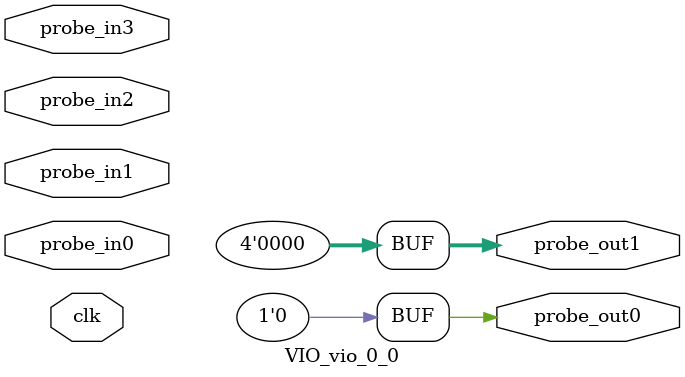
<source format=v>
`timescale 1ns / 1ps
module VIO_vio_0_0 (
clk,
probe_in0,probe_in1,probe_in2,probe_in3,
probe_out0,
probe_out1
);

input clk;
input [2 : 0] probe_in0;
input [2 : 0] probe_in1;
input [2 : 0] probe_in2;
input [2 : 0] probe_in3;

output reg [0 : 0] probe_out0 = 'h0 ;
output reg [3 : 0] probe_out1 = 'h0 ;


endmodule

</source>
